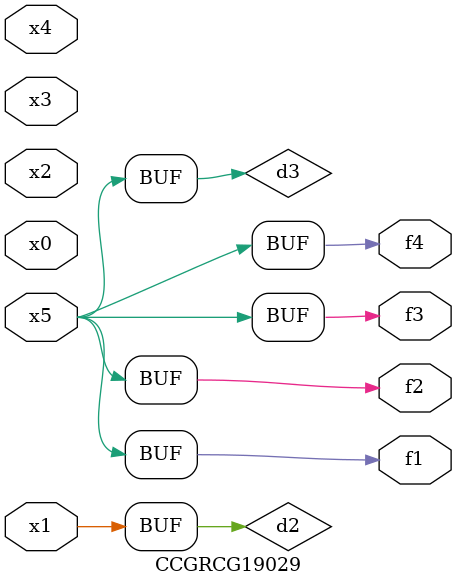
<source format=v>
module CCGRCG19029(
	input x0, x1, x2, x3, x4, x5,
	output f1, f2, f3, f4
);

	wire d1, d2, d3;

	not (d1, x5);
	or (d2, x1);
	xnor (d3, d1);
	assign f1 = d3;
	assign f2 = d3;
	assign f3 = d3;
	assign f4 = d3;
endmodule

</source>
